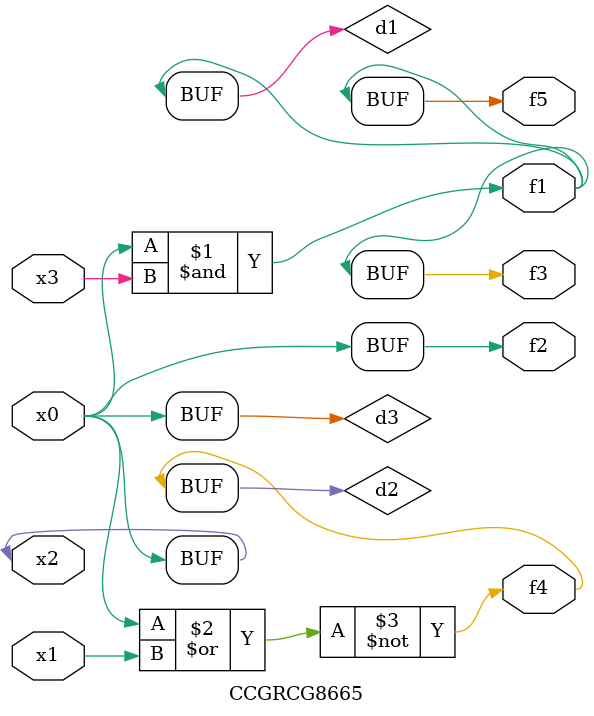
<source format=v>
module CCGRCG8665(
	input x0, x1, x2, x3,
	output f1, f2, f3, f4, f5
);

	wire d1, d2, d3;

	and (d1, x2, x3);
	nor (d2, x0, x1);
	buf (d3, x0, x2);
	assign f1 = d1;
	assign f2 = d3;
	assign f3 = d1;
	assign f4 = d2;
	assign f5 = d1;
endmodule

</source>
